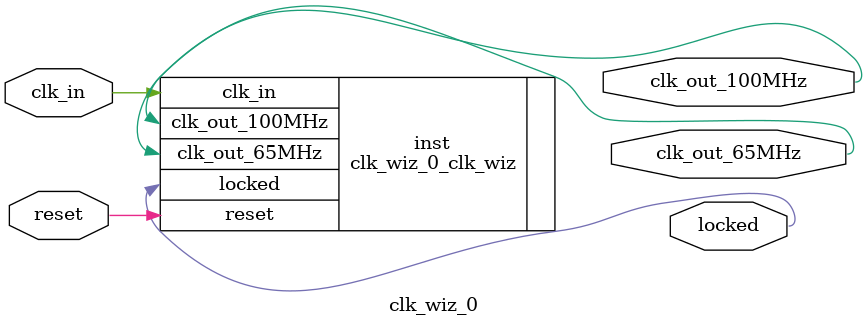
<source format=v>


`timescale 1ps/1ps

(* CORE_GENERATION_INFO = "clk_wiz_0,clk_wiz_v5_4_2_0,{component_name=clk_wiz_0,use_phase_alignment=true,use_min_o_jitter=false,use_max_i_jitter=false,use_dyn_phase_shift=false,use_inclk_switchover=false,use_dyn_reconfig=false,enable_axi=0,feedback_source=FDBK_AUTO,PRIMITIVE=MMCM,num_out_clk=2,clkin1_period=10.000,clkin2_period=10.000,use_power_down=false,use_reset=true,use_locked=true,use_inclk_stopped=false,feedback_type=SINGLE,CLOCK_MGR_TYPE=NA,manual_override=false}" *)

module clk_wiz_0 
 (
  // Clock out ports
  output        clk_out_100MHz,
  output        clk_out_65MHz,
  // Status and control signals
  input         reset,
  output        locked,
 // Clock in ports
  input         clk_in
 );

  clk_wiz_0_clk_wiz inst
  (
  // Clock out ports  
  .clk_out_100MHz(clk_out_100MHz),
  .clk_out_65MHz(clk_out_65MHz),
  // Status and control signals               
  .reset(reset), 
  .locked(locked),
 // Clock in ports
  .clk_in(clk_in)
  );

endmodule

</source>
